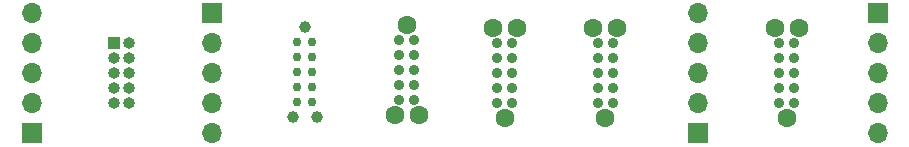
<source format=gbr>
G04 #@! TF.GenerationSoftware,KiCad,Pcbnew,(5.0.0)*
G04 #@! TF.CreationDate,2019-04-25T00:21:32-06:00*
G04 #@! TF.ProjectId,TC2050_adapter,5443323035305F616461707465722E6B,rev?*
G04 #@! TF.SameCoordinates,Original*
G04 #@! TF.FileFunction,Copper,L2,Bot,Signal*
G04 #@! TF.FilePolarity,Positive*
%FSLAX46Y46*%
G04 Gerber Fmt 4.6, Leading zero omitted, Abs format (unit mm)*
G04 Created by KiCad (PCBNEW (5.0.0)) date 04/25/19 00:21:32*
%MOMM*%
%LPD*%
G01*
G04 APERTURE LIST*
G04 #@! TA.AperFunction,ComponentPad*
%ADD10R,1.700000X1.700000*%
G04 #@! TD*
G04 #@! TA.AperFunction,ComponentPad*
%ADD11O,1.700000X1.700000*%
G04 #@! TD*
G04 #@! TA.AperFunction,ComponentPad*
%ADD12R,1.000000X1.000000*%
G04 #@! TD*
G04 #@! TA.AperFunction,ComponentPad*
%ADD13O,1.000000X1.000000*%
G04 #@! TD*
G04 #@! TA.AperFunction,ComponentPad*
%ADD14C,0.900000*%
G04 #@! TD*
G04 #@! TA.AperFunction,ComponentPad*
%ADD15C,1.600000*%
G04 #@! TD*
G04 #@! TA.AperFunction,ComponentPad*
%ADD16C,0.750000*%
G04 #@! TD*
G04 #@! TA.AperFunction,ComponentPad*
%ADD17C,1.000000*%
G04 #@! TD*
G04 APERTURE END LIST*
D10*
G04 #@! TO.P,J1,1*
G04 #@! TO.N,Net-(J1-Pad1)*
X27940000Y-38100000D03*
D11*
G04 #@! TO.P,J1,2*
G04 #@! TO.N,Net-(J1-Pad2)*
X27940000Y-35560000D03*
G04 #@! TO.P,J1,3*
G04 #@! TO.N,Net-(J1-Pad3)*
X27940000Y-33020000D03*
G04 #@! TO.P,J1,4*
G04 #@! TO.N,Net-(J1-Pad4)*
X27940000Y-30480000D03*
G04 #@! TO.P,J1,5*
G04 #@! TO.N,Net-(J1-Pad5)*
X27940000Y-27940000D03*
G04 #@! TD*
D12*
G04 #@! TO.P,J2,1*
G04 #@! TO.N,Net-(J1-Pad5)*
X34925000Y-30480000D03*
D13*
G04 #@! TO.P,J2,2*
G04 #@! TO.N,Net-(J2-Pad2)*
X36195000Y-30480000D03*
G04 #@! TO.P,J2,3*
G04 #@! TO.N,Net-(J1-Pad4)*
X34925000Y-31750000D03*
G04 #@! TO.P,J2,4*
G04 #@! TO.N,Net-(J2-Pad4)*
X36195000Y-31750000D03*
G04 #@! TO.P,J2,5*
G04 #@! TO.N,Net-(J1-Pad3)*
X34925000Y-33020000D03*
G04 #@! TO.P,J2,6*
G04 #@! TO.N,Net-(J2-Pad6)*
X36195000Y-33020000D03*
G04 #@! TO.P,J2,7*
G04 #@! TO.N,Net-(J1-Pad2)*
X34925000Y-34290000D03*
G04 #@! TO.P,J2,8*
G04 #@! TO.N,Net-(J2-Pad8)*
X36195000Y-34290000D03*
G04 #@! TO.P,J2,9*
G04 #@! TO.N,Net-(J1-Pad1)*
X34925000Y-35560000D03*
G04 #@! TO.P,J2,10*
G04 #@! TO.N,Net-(J2-Pad10)*
X36195000Y-35560000D03*
G04 #@! TD*
D11*
G04 #@! TO.P,J3,5*
G04 #@! TO.N,Net-(J2-Pad10)*
X43180000Y-38100000D03*
G04 #@! TO.P,J3,4*
G04 #@! TO.N,Net-(J2-Pad8)*
X43180000Y-35560000D03*
G04 #@! TO.P,J3,3*
G04 #@! TO.N,Net-(J2-Pad6)*
X43180000Y-33020000D03*
G04 #@! TO.P,J3,2*
G04 #@! TO.N,Net-(J2-Pad4)*
X43180000Y-30480000D03*
D10*
G04 #@! TO.P,J3,1*
G04 #@! TO.N,Net-(J2-Pad2)*
X43180000Y-27940000D03*
G04 #@! TD*
D11*
G04 #@! TO.P,J4,5*
G04 #@! TO.N,Net-(J4-Pad5)*
X99552017Y-38120885D03*
G04 #@! TO.P,J4,4*
G04 #@! TO.N,Net-(J4-Pad4)*
X99552017Y-35580885D03*
G04 #@! TO.P,J4,3*
G04 #@! TO.N,Net-(J4-Pad3)*
X99552017Y-33040885D03*
G04 #@! TO.P,J4,2*
G04 #@! TO.N,Net-(J4-Pad2)*
X99552017Y-30500885D03*
D10*
G04 #@! TO.P,J4,1*
G04 #@! TO.N,Net-(J4-Pad1)*
X99552017Y-27960885D03*
G04 #@! TD*
G04 #@! TO.P,J6,1*
G04 #@! TO.N,Net-(J5-Pad10)*
X84312018Y-38120885D03*
D11*
G04 #@! TO.P,J6,2*
G04 #@! TO.N,Net-(J5-Pad9)*
X84312018Y-35580885D03*
G04 #@! TO.P,J6,3*
G04 #@! TO.N,Net-(J5-Pad8)*
X84312018Y-33040885D03*
G04 #@! TO.P,J6,4*
G04 #@! TO.N,Net-(J5-Pad7)*
X84312018Y-30500885D03*
G04 #@! TO.P,J6,5*
G04 #@! TO.N,Net-(J5-Pad6)*
X84312018Y-27960885D03*
G04 #@! TD*
D14*
G04 #@! TO.P,J5,1*
G04 #@! TO.N,Net-(J4-Pad5)*
X92503518Y-35580885D03*
G04 #@! TO.P,J5,2*
G04 #@! TO.N,Net-(J4-Pad4)*
X92503518Y-34310885D03*
G04 #@! TO.P,J5,3*
G04 #@! TO.N,Net-(J4-Pad3)*
X92503518Y-33040885D03*
G04 #@! TO.P,J5,4*
G04 #@! TO.N,Net-(J4-Pad2)*
X92503518Y-31770885D03*
G04 #@! TO.P,J5,5*
G04 #@! TO.N,Net-(J4-Pad1)*
X92503518Y-30500885D03*
G04 #@! TO.P,J5,6*
G04 #@! TO.N,Net-(J5-Pad6)*
X91233518Y-30500885D03*
G04 #@! TO.P,J5,7*
G04 #@! TO.N,Net-(J5-Pad7)*
X91233518Y-31770885D03*
G04 #@! TO.P,J5,8*
G04 #@! TO.N,Net-(J5-Pad8)*
X91233518Y-33040885D03*
G04 #@! TO.P,J5,9*
G04 #@! TO.N,Net-(J5-Pad9)*
X91233518Y-34310885D03*
G04 #@! TO.P,J5,10*
G04 #@! TO.N,Net-(J5-Pad10)*
X91233518Y-35580885D03*
D15*
G04 #@! TO.P,J5,*
G04 #@! TO.N,*
X91868518Y-36850885D03*
X92884518Y-29230885D03*
X90852518Y-29230885D03*
G04 #@! TD*
D16*
G04 #@! TO.P,J7,1*
G04 #@! TO.N,N/C*
X50419000Y-30353000D03*
G04 #@! TO.P,J7,2*
X50419000Y-31623000D03*
G04 #@! TO.P,J7,3*
X50419000Y-32893000D03*
G04 #@! TO.P,J7,4*
X50419000Y-34163000D03*
G04 #@! TO.P,J7,5*
X50419000Y-35433000D03*
G04 #@! TO.P,J7,6*
X51689000Y-35433000D03*
G04 #@! TO.P,J7,7*
X51689000Y-34163000D03*
G04 #@! TO.P,J7,8*
X51689000Y-32893000D03*
G04 #@! TO.P,J7,9*
X51689000Y-31623000D03*
G04 #@! TO.P,J7,10*
X51689000Y-30353000D03*
D17*
G04 #@! TO.P,J7,*
G04 #@! TO.N,*
X51054000Y-29083000D03*
X50038000Y-36703000D03*
X52070000Y-36703000D03*
G04 #@! TD*
D15*
G04 #@! TO.P,J8,*
G04 #@! TO.N,*
X75485518Y-29230885D03*
X77517518Y-29230885D03*
X76501518Y-36850885D03*
D14*
G04 #@! TO.P,J8,10*
G04 #@! TO.N,N/C*
X75866518Y-35580885D03*
G04 #@! TO.P,J8,9*
X75866518Y-34310885D03*
G04 #@! TO.P,J8,8*
X75866518Y-33040885D03*
G04 #@! TO.P,J8,7*
X75866518Y-31770885D03*
G04 #@! TO.P,J8,6*
X75866518Y-30500885D03*
G04 #@! TO.P,J8,5*
X77136518Y-30500885D03*
G04 #@! TO.P,J8,4*
X77136518Y-31770885D03*
G04 #@! TO.P,J8,3*
X77136518Y-33040885D03*
G04 #@! TO.P,J8,2*
X77136518Y-34310885D03*
G04 #@! TO.P,J8,1*
X77136518Y-35580885D03*
G04 #@! TD*
G04 #@! TO.P,J9,1*
G04 #@! TO.N,N/C*
X68627517Y-35580885D03*
G04 #@! TO.P,J9,2*
X68627517Y-34310885D03*
G04 #@! TO.P,J9,3*
X68627517Y-33040885D03*
G04 #@! TO.P,J9,4*
X68627517Y-31770885D03*
G04 #@! TO.P,J9,5*
X68627517Y-30500885D03*
G04 #@! TO.P,J9,6*
X67357517Y-30500885D03*
G04 #@! TO.P,J9,7*
X67357517Y-31770885D03*
G04 #@! TO.P,J9,8*
X67357517Y-33040885D03*
G04 #@! TO.P,J9,9*
X67357517Y-34310885D03*
G04 #@! TO.P,J9,10*
X67357517Y-35580885D03*
D15*
G04 #@! TO.P,J9,*
G04 #@! TO.N,*
X67992517Y-36850885D03*
X69008517Y-29230885D03*
X66976517Y-29230885D03*
G04 #@! TD*
D14*
G04 #@! TO.P,J11,1*
G04 #@! TO.N,N/C*
X59055000Y-30226000D03*
G04 #@! TO.P,J11,2*
X59055000Y-31496000D03*
G04 #@! TO.P,J11,3*
X59055000Y-32766000D03*
G04 #@! TO.P,J11,4*
X59055000Y-34036000D03*
G04 #@! TO.P,J11,5*
X59055000Y-35306000D03*
G04 #@! TO.P,J11,6*
X60325000Y-35306000D03*
G04 #@! TO.P,J11,7*
X60325000Y-34036000D03*
G04 #@! TO.P,J11,8*
X60325000Y-32766000D03*
G04 #@! TO.P,J11,9*
X60325000Y-31496000D03*
G04 #@! TO.P,J11,10*
X60325000Y-30226000D03*
D15*
G04 #@! TO.P,J11,*
G04 #@! TO.N,*
X59690000Y-28956000D03*
X58674000Y-36576000D03*
X60706000Y-36576000D03*
G04 #@! TD*
M02*

</source>
